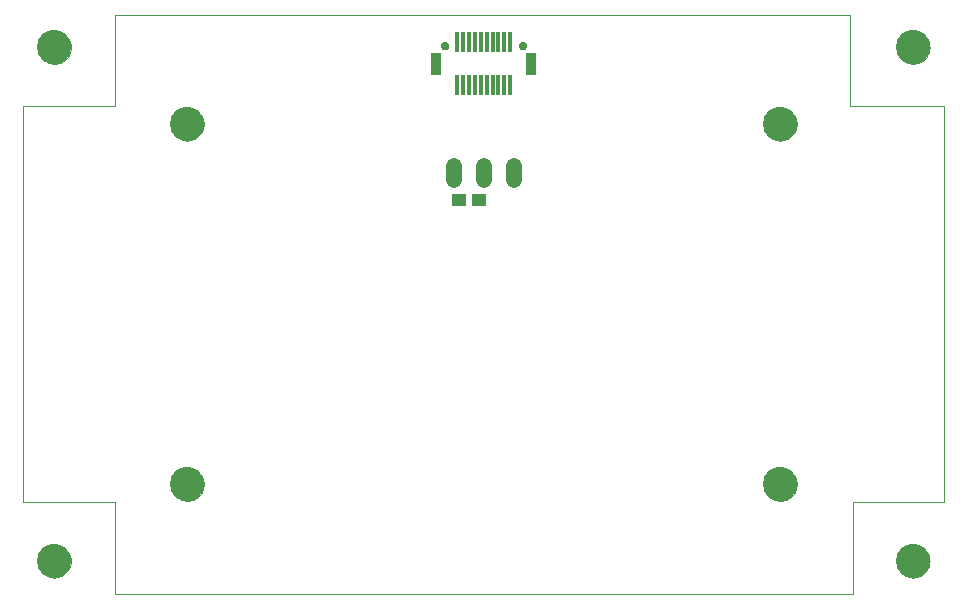
<source format=gbs>
G75*
G70*
%OFA0B0*%
%FSLAX24Y24*%
%IPPOS*%
%LPD*%
%AMOC8*
5,1,8,0,0,1.08239X$1,22.5*
%
%ADD10C,0.0000*%
%ADD11C,0.1142*%
%ADD12R,0.0473X0.0434*%
%ADD13C,0.0520*%
%ADD14R,0.0138X0.0670*%
%ADD15C,0.0276*%
%ADD16R,0.0355X0.0749*%
D10*
X000780Y001331D02*
X000782Y001378D01*
X000788Y001424D01*
X000798Y001470D01*
X000811Y001515D01*
X000829Y001558D01*
X000850Y001600D01*
X000874Y001640D01*
X000902Y001677D01*
X000933Y001712D01*
X000967Y001745D01*
X001003Y001774D01*
X001042Y001800D01*
X001083Y001823D01*
X001126Y001842D01*
X001170Y001858D01*
X001215Y001870D01*
X001261Y001878D01*
X001308Y001882D01*
X001354Y001882D01*
X001401Y001878D01*
X001447Y001870D01*
X001492Y001858D01*
X001536Y001842D01*
X001579Y001823D01*
X001620Y001800D01*
X001659Y001774D01*
X001695Y001745D01*
X001729Y001712D01*
X001760Y001677D01*
X001788Y001640D01*
X001812Y001600D01*
X001833Y001558D01*
X001851Y001515D01*
X001864Y001470D01*
X001874Y001424D01*
X001880Y001378D01*
X001882Y001331D01*
X001880Y001284D01*
X001874Y001238D01*
X001864Y001192D01*
X001851Y001147D01*
X001833Y001104D01*
X001812Y001062D01*
X001788Y001022D01*
X001760Y000985D01*
X001729Y000950D01*
X001695Y000917D01*
X001659Y000888D01*
X001620Y000862D01*
X001579Y000839D01*
X001536Y000820D01*
X001492Y000804D01*
X001447Y000792D01*
X001401Y000784D01*
X001354Y000780D01*
X001308Y000780D01*
X001261Y000784D01*
X001215Y000792D01*
X001170Y000804D01*
X001126Y000820D01*
X001083Y000839D01*
X001042Y000862D01*
X001003Y000888D01*
X000967Y000917D01*
X000933Y000950D01*
X000902Y000985D01*
X000874Y001022D01*
X000850Y001062D01*
X000829Y001104D01*
X000811Y001147D01*
X000798Y001192D01*
X000788Y001238D01*
X000782Y001284D01*
X000780Y001331D01*
X003339Y000248D02*
X003339Y003300D01*
X000288Y003300D01*
X000288Y016489D01*
X003339Y016489D01*
X003339Y019540D01*
X027847Y019540D01*
X027847Y016489D01*
X030996Y016489D01*
X030996Y003300D01*
X027945Y003300D01*
X027945Y000248D01*
X003339Y000248D01*
X005209Y003890D02*
X005211Y003937D01*
X005217Y003983D01*
X005227Y004029D01*
X005240Y004074D01*
X005258Y004117D01*
X005279Y004159D01*
X005303Y004199D01*
X005331Y004236D01*
X005362Y004271D01*
X005396Y004304D01*
X005432Y004333D01*
X005471Y004359D01*
X005512Y004382D01*
X005555Y004401D01*
X005599Y004417D01*
X005644Y004429D01*
X005690Y004437D01*
X005737Y004441D01*
X005783Y004441D01*
X005830Y004437D01*
X005876Y004429D01*
X005921Y004417D01*
X005965Y004401D01*
X006008Y004382D01*
X006049Y004359D01*
X006088Y004333D01*
X006124Y004304D01*
X006158Y004271D01*
X006189Y004236D01*
X006217Y004199D01*
X006241Y004159D01*
X006262Y004117D01*
X006280Y004074D01*
X006293Y004029D01*
X006303Y003983D01*
X006309Y003937D01*
X006311Y003890D01*
X006309Y003843D01*
X006303Y003797D01*
X006293Y003751D01*
X006280Y003706D01*
X006262Y003663D01*
X006241Y003621D01*
X006217Y003581D01*
X006189Y003544D01*
X006158Y003509D01*
X006124Y003476D01*
X006088Y003447D01*
X006049Y003421D01*
X006008Y003398D01*
X005965Y003379D01*
X005921Y003363D01*
X005876Y003351D01*
X005830Y003343D01*
X005783Y003339D01*
X005737Y003339D01*
X005690Y003343D01*
X005644Y003351D01*
X005599Y003363D01*
X005555Y003379D01*
X005512Y003398D01*
X005471Y003421D01*
X005432Y003447D01*
X005396Y003476D01*
X005362Y003509D01*
X005331Y003544D01*
X005303Y003581D01*
X005279Y003621D01*
X005258Y003663D01*
X005240Y003706D01*
X005227Y003751D01*
X005217Y003797D01*
X005211Y003843D01*
X005209Y003890D01*
X005209Y015898D02*
X005211Y015945D01*
X005217Y015991D01*
X005227Y016037D01*
X005240Y016082D01*
X005258Y016125D01*
X005279Y016167D01*
X005303Y016207D01*
X005331Y016244D01*
X005362Y016279D01*
X005396Y016312D01*
X005432Y016341D01*
X005471Y016367D01*
X005512Y016390D01*
X005555Y016409D01*
X005599Y016425D01*
X005644Y016437D01*
X005690Y016445D01*
X005737Y016449D01*
X005783Y016449D01*
X005830Y016445D01*
X005876Y016437D01*
X005921Y016425D01*
X005965Y016409D01*
X006008Y016390D01*
X006049Y016367D01*
X006088Y016341D01*
X006124Y016312D01*
X006158Y016279D01*
X006189Y016244D01*
X006217Y016207D01*
X006241Y016167D01*
X006262Y016125D01*
X006280Y016082D01*
X006293Y016037D01*
X006303Y015991D01*
X006309Y015945D01*
X006311Y015898D01*
X006309Y015851D01*
X006303Y015805D01*
X006293Y015759D01*
X006280Y015714D01*
X006262Y015671D01*
X006241Y015629D01*
X006217Y015589D01*
X006189Y015552D01*
X006158Y015517D01*
X006124Y015484D01*
X006088Y015455D01*
X006049Y015429D01*
X006008Y015406D01*
X005965Y015387D01*
X005921Y015371D01*
X005876Y015359D01*
X005830Y015351D01*
X005783Y015347D01*
X005737Y015347D01*
X005690Y015351D01*
X005644Y015359D01*
X005599Y015371D01*
X005555Y015387D01*
X005512Y015406D01*
X005471Y015429D01*
X005432Y015455D01*
X005396Y015484D01*
X005362Y015517D01*
X005331Y015552D01*
X005303Y015589D01*
X005279Y015629D01*
X005258Y015671D01*
X005240Y015714D01*
X005227Y015759D01*
X005217Y015805D01*
X005211Y015851D01*
X005209Y015898D01*
X000780Y018457D02*
X000782Y018504D01*
X000788Y018550D01*
X000798Y018596D01*
X000811Y018641D01*
X000829Y018684D01*
X000850Y018726D01*
X000874Y018766D01*
X000902Y018803D01*
X000933Y018838D01*
X000967Y018871D01*
X001003Y018900D01*
X001042Y018926D01*
X001083Y018949D01*
X001126Y018968D01*
X001170Y018984D01*
X001215Y018996D01*
X001261Y019004D01*
X001308Y019008D01*
X001354Y019008D01*
X001401Y019004D01*
X001447Y018996D01*
X001492Y018984D01*
X001536Y018968D01*
X001579Y018949D01*
X001620Y018926D01*
X001659Y018900D01*
X001695Y018871D01*
X001729Y018838D01*
X001760Y018803D01*
X001788Y018766D01*
X001812Y018726D01*
X001833Y018684D01*
X001851Y018641D01*
X001864Y018596D01*
X001874Y018550D01*
X001880Y018504D01*
X001882Y018457D01*
X001880Y018410D01*
X001874Y018364D01*
X001864Y018318D01*
X001851Y018273D01*
X001833Y018230D01*
X001812Y018188D01*
X001788Y018148D01*
X001760Y018111D01*
X001729Y018076D01*
X001695Y018043D01*
X001659Y018014D01*
X001620Y017988D01*
X001579Y017965D01*
X001536Y017946D01*
X001492Y017930D01*
X001447Y017918D01*
X001401Y017910D01*
X001354Y017906D01*
X001308Y017906D01*
X001261Y017910D01*
X001215Y017918D01*
X001170Y017930D01*
X001126Y017946D01*
X001083Y017965D01*
X001042Y017988D01*
X001003Y018014D01*
X000967Y018043D01*
X000933Y018076D01*
X000902Y018111D01*
X000874Y018148D01*
X000850Y018188D01*
X000829Y018230D01*
X000811Y018273D01*
X000798Y018318D01*
X000788Y018364D01*
X000782Y018410D01*
X000780Y018457D01*
X014225Y018502D02*
X014227Y018523D01*
X014233Y018543D01*
X014242Y018563D01*
X014254Y018580D01*
X014269Y018594D01*
X014287Y018606D01*
X014307Y018614D01*
X014327Y018619D01*
X014348Y018620D01*
X014369Y018617D01*
X014389Y018611D01*
X014408Y018600D01*
X014425Y018587D01*
X014438Y018571D01*
X014449Y018553D01*
X014457Y018533D01*
X014461Y018513D01*
X014461Y018491D01*
X014457Y018471D01*
X014449Y018451D01*
X014438Y018433D01*
X014425Y018417D01*
X014408Y018404D01*
X014389Y018393D01*
X014369Y018387D01*
X014348Y018384D01*
X014327Y018385D01*
X014307Y018390D01*
X014287Y018398D01*
X014269Y018410D01*
X014254Y018424D01*
X014242Y018441D01*
X014233Y018461D01*
X014227Y018481D01*
X014225Y018502D01*
X016823Y018502D02*
X016825Y018523D01*
X016831Y018543D01*
X016840Y018563D01*
X016852Y018580D01*
X016867Y018594D01*
X016885Y018606D01*
X016905Y018614D01*
X016925Y018619D01*
X016946Y018620D01*
X016967Y018617D01*
X016987Y018611D01*
X017006Y018600D01*
X017023Y018587D01*
X017036Y018571D01*
X017047Y018553D01*
X017055Y018533D01*
X017059Y018513D01*
X017059Y018491D01*
X017055Y018471D01*
X017047Y018451D01*
X017036Y018433D01*
X017023Y018417D01*
X017006Y018404D01*
X016987Y018393D01*
X016967Y018387D01*
X016946Y018384D01*
X016925Y018385D01*
X016905Y018390D01*
X016885Y018398D01*
X016867Y018410D01*
X016852Y018424D01*
X016840Y018441D01*
X016831Y018461D01*
X016825Y018481D01*
X016823Y018502D01*
X024973Y015898D02*
X024975Y015945D01*
X024981Y015991D01*
X024991Y016037D01*
X025004Y016082D01*
X025022Y016125D01*
X025043Y016167D01*
X025067Y016207D01*
X025095Y016244D01*
X025126Y016279D01*
X025160Y016312D01*
X025196Y016341D01*
X025235Y016367D01*
X025276Y016390D01*
X025319Y016409D01*
X025363Y016425D01*
X025408Y016437D01*
X025454Y016445D01*
X025501Y016449D01*
X025547Y016449D01*
X025594Y016445D01*
X025640Y016437D01*
X025685Y016425D01*
X025729Y016409D01*
X025772Y016390D01*
X025813Y016367D01*
X025852Y016341D01*
X025888Y016312D01*
X025922Y016279D01*
X025953Y016244D01*
X025981Y016207D01*
X026005Y016167D01*
X026026Y016125D01*
X026044Y016082D01*
X026057Y016037D01*
X026067Y015991D01*
X026073Y015945D01*
X026075Y015898D01*
X026073Y015851D01*
X026067Y015805D01*
X026057Y015759D01*
X026044Y015714D01*
X026026Y015671D01*
X026005Y015629D01*
X025981Y015589D01*
X025953Y015552D01*
X025922Y015517D01*
X025888Y015484D01*
X025852Y015455D01*
X025813Y015429D01*
X025772Y015406D01*
X025729Y015387D01*
X025685Y015371D01*
X025640Y015359D01*
X025594Y015351D01*
X025547Y015347D01*
X025501Y015347D01*
X025454Y015351D01*
X025408Y015359D01*
X025363Y015371D01*
X025319Y015387D01*
X025276Y015406D01*
X025235Y015429D01*
X025196Y015455D01*
X025160Y015484D01*
X025126Y015517D01*
X025095Y015552D01*
X025067Y015589D01*
X025043Y015629D01*
X025022Y015671D01*
X025004Y015714D01*
X024991Y015759D01*
X024981Y015805D01*
X024975Y015851D01*
X024973Y015898D01*
X029402Y018457D02*
X029404Y018504D01*
X029410Y018550D01*
X029420Y018596D01*
X029433Y018641D01*
X029451Y018684D01*
X029472Y018726D01*
X029496Y018766D01*
X029524Y018803D01*
X029555Y018838D01*
X029589Y018871D01*
X029625Y018900D01*
X029664Y018926D01*
X029705Y018949D01*
X029748Y018968D01*
X029792Y018984D01*
X029837Y018996D01*
X029883Y019004D01*
X029930Y019008D01*
X029976Y019008D01*
X030023Y019004D01*
X030069Y018996D01*
X030114Y018984D01*
X030158Y018968D01*
X030201Y018949D01*
X030242Y018926D01*
X030281Y018900D01*
X030317Y018871D01*
X030351Y018838D01*
X030382Y018803D01*
X030410Y018766D01*
X030434Y018726D01*
X030455Y018684D01*
X030473Y018641D01*
X030486Y018596D01*
X030496Y018550D01*
X030502Y018504D01*
X030504Y018457D01*
X030502Y018410D01*
X030496Y018364D01*
X030486Y018318D01*
X030473Y018273D01*
X030455Y018230D01*
X030434Y018188D01*
X030410Y018148D01*
X030382Y018111D01*
X030351Y018076D01*
X030317Y018043D01*
X030281Y018014D01*
X030242Y017988D01*
X030201Y017965D01*
X030158Y017946D01*
X030114Y017930D01*
X030069Y017918D01*
X030023Y017910D01*
X029976Y017906D01*
X029930Y017906D01*
X029883Y017910D01*
X029837Y017918D01*
X029792Y017930D01*
X029748Y017946D01*
X029705Y017965D01*
X029664Y017988D01*
X029625Y018014D01*
X029589Y018043D01*
X029555Y018076D01*
X029524Y018111D01*
X029496Y018148D01*
X029472Y018188D01*
X029451Y018230D01*
X029433Y018273D01*
X029420Y018318D01*
X029410Y018364D01*
X029404Y018410D01*
X029402Y018457D01*
X024973Y003890D02*
X024975Y003937D01*
X024981Y003983D01*
X024991Y004029D01*
X025004Y004074D01*
X025022Y004117D01*
X025043Y004159D01*
X025067Y004199D01*
X025095Y004236D01*
X025126Y004271D01*
X025160Y004304D01*
X025196Y004333D01*
X025235Y004359D01*
X025276Y004382D01*
X025319Y004401D01*
X025363Y004417D01*
X025408Y004429D01*
X025454Y004437D01*
X025501Y004441D01*
X025547Y004441D01*
X025594Y004437D01*
X025640Y004429D01*
X025685Y004417D01*
X025729Y004401D01*
X025772Y004382D01*
X025813Y004359D01*
X025852Y004333D01*
X025888Y004304D01*
X025922Y004271D01*
X025953Y004236D01*
X025981Y004199D01*
X026005Y004159D01*
X026026Y004117D01*
X026044Y004074D01*
X026057Y004029D01*
X026067Y003983D01*
X026073Y003937D01*
X026075Y003890D01*
X026073Y003843D01*
X026067Y003797D01*
X026057Y003751D01*
X026044Y003706D01*
X026026Y003663D01*
X026005Y003621D01*
X025981Y003581D01*
X025953Y003544D01*
X025922Y003509D01*
X025888Y003476D01*
X025852Y003447D01*
X025813Y003421D01*
X025772Y003398D01*
X025729Y003379D01*
X025685Y003363D01*
X025640Y003351D01*
X025594Y003343D01*
X025547Y003339D01*
X025501Y003339D01*
X025454Y003343D01*
X025408Y003351D01*
X025363Y003363D01*
X025319Y003379D01*
X025276Y003398D01*
X025235Y003421D01*
X025196Y003447D01*
X025160Y003476D01*
X025126Y003509D01*
X025095Y003544D01*
X025067Y003581D01*
X025043Y003621D01*
X025022Y003663D01*
X025004Y003706D01*
X024991Y003751D01*
X024981Y003797D01*
X024975Y003843D01*
X024973Y003890D01*
X029402Y001331D02*
X029404Y001378D01*
X029410Y001424D01*
X029420Y001470D01*
X029433Y001515D01*
X029451Y001558D01*
X029472Y001600D01*
X029496Y001640D01*
X029524Y001677D01*
X029555Y001712D01*
X029589Y001745D01*
X029625Y001774D01*
X029664Y001800D01*
X029705Y001823D01*
X029748Y001842D01*
X029792Y001858D01*
X029837Y001870D01*
X029883Y001878D01*
X029930Y001882D01*
X029976Y001882D01*
X030023Y001878D01*
X030069Y001870D01*
X030114Y001858D01*
X030158Y001842D01*
X030201Y001823D01*
X030242Y001800D01*
X030281Y001774D01*
X030317Y001745D01*
X030351Y001712D01*
X030382Y001677D01*
X030410Y001640D01*
X030434Y001600D01*
X030455Y001558D01*
X030473Y001515D01*
X030486Y001470D01*
X030496Y001424D01*
X030502Y001378D01*
X030504Y001331D01*
X030502Y001284D01*
X030496Y001238D01*
X030486Y001192D01*
X030473Y001147D01*
X030455Y001104D01*
X030434Y001062D01*
X030410Y001022D01*
X030382Y000985D01*
X030351Y000950D01*
X030317Y000917D01*
X030281Y000888D01*
X030242Y000862D01*
X030201Y000839D01*
X030158Y000820D01*
X030114Y000804D01*
X030069Y000792D01*
X030023Y000784D01*
X029976Y000780D01*
X029930Y000780D01*
X029883Y000784D01*
X029837Y000792D01*
X029792Y000804D01*
X029748Y000820D01*
X029705Y000839D01*
X029664Y000862D01*
X029625Y000888D01*
X029589Y000917D01*
X029555Y000950D01*
X029524Y000985D01*
X029496Y001022D01*
X029472Y001062D01*
X029451Y001104D01*
X029433Y001147D01*
X029420Y001192D01*
X029410Y001238D01*
X029404Y001284D01*
X029402Y001331D01*
D11*
X001331Y001331D03*
X005760Y003890D03*
X005760Y015898D03*
X001331Y018457D03*
X025524Y015898D03*
X029953Y018457D03*
X025524Y003890D03*
X029953Y001331D03*
D12*
X015493Y013382D03*
X014823Y013382D03*
D13*
X014642Y014029D02*
X014642Y014509D01*
X015642Y014509D02*
X015642Y014029D01*
X016642Y014029D02*
X016642Y014509D01*
D14*
X016528Y017203D03*
X016331Y017203D03*
X016134Y017203D03*
X015937Y017203D03*
X015741Y017203D03*
X015544Y017203D03*
X015347Y017203D03*
X015150Y017203D03*
X014953Y017203D03*
X014756Y017203D03*
X014756Y018620D03*
X014953Y018620D03*
X015150Y018620D03*
X015347Y018620D03*
X015544Y018620D03*
X015741Y018620D03*
X015937Y018620D03*
X016134Y018620D03*
X016331Y018620D03*
X016528Y018620D03*
D15*
X016941Y018502D03*
X014343Y018502D03*
D16*
X014067Y017912D03*
X017217Y017912D03*
M02*

</source>
